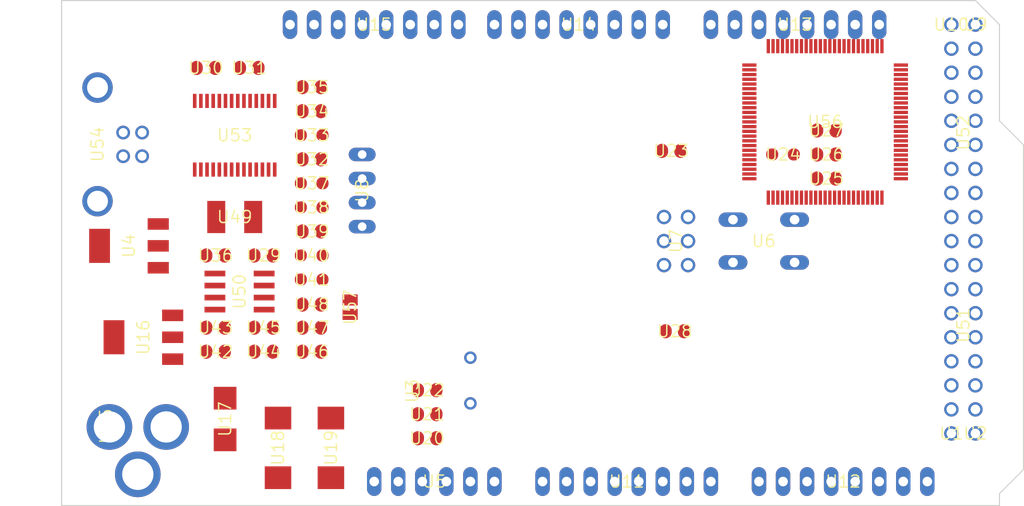
<source format=kicad_pcb>
(kicad_pcb (version 20221018) (generator pcbnew)
  (layers (0 "F.Cu" signal "Top") (31 "B.Cu" signal "Bottom") (34 "B.Paste" user) (35 "F.Paste" user) (36 "B.SilkS" user "B.Silkscreen") (37 "F.SilkS" user "F.Silkscreen") (38 "B.Mask" user) (39 "F.Mask" user) (44 "Edge.Cuts" user))
  (net 0 "")
  (net 1 "+5V")
  (net 2 "GND")
  (net 3 "N$6")
  (net 4 "N$7")
  (net 5 "AREF")
  (net 6 "RESET")
  (net 7 "VIN")
  (net 8 "N$3")
  (net 9 "PWRIN")
  (net 10 "M8RXD")
  (net 11 "M8TXD")
  (net 12 "ADC0")
  (net 13 "ADC2")
  (net 14 "ADC1")
  (net 15 "ADC3")
  (net 16 "ADC4")
  (net 17 "ADC5")
  (net 18 "ADC6")
  (net 19 "ADC7")
  (net 20 "+3V3")
  (net 21 "SDA")
  (net 22 "SCL")
  (net 23 "ADC9")
  (net 24 "ADC8")
  (net 25 "ADC10")
  (net 26 "ADC11")
  (net 27 "ADC12")
  (net 28 "ADC13")
  (net 29 "ADC14")
  (net 30 "ADC15")
  (net 31 "PB3")
  (net 32 "PB2")
  (net 33 "PB1")
  (net 34 "PB5")
  (net 35 "PB4")
  (net 36 "PE5")
  (net 37 "PE4")
  (net 38 "PE3")
  (net 39 "PE1")
  (net 40 "PE0")
  (net 41 "N$15")
  (net 42 "N$53")
  (net 43 "N$54")
  (net 44 "N$55")
  (net 45 "D-")
  (net 46 "D+")
  (net 47 "N$60")
  (net 48 "DTR")
  (net 49 "USBVCC")
  (net 50 "N$2")
  (net 51 "N$4")
  (net 52 "GATE_CMD")
  (net 53 "CMP")
  (net 54 "PB6")
  (net 55 "PH3")
  (net 56 "PH4")
  (net 57 "PH5")
  (net 58 "PH6")
  (net 59 "PG5")
  (net 60 "RXD1")
  (net 61 "TXD1")
  (net 62 "RXD2")
  (net 63 "RXD3")
  (net 64 "TXD2")
  (net 65 "TXD3")
  (net 66 "PC0")
  (net 67 "PC1")
  (net 68 "PC2")
  (net 69 "PC3")
  (net 70 "PC4")
  (net 71 "PC5")
  (net 72 "PC6")
  (net 73 "PC7")
  (net 74 "PB0")
  (net 75 "PG0")
  (net 76 "PG1")
  (net 77 "PG2")
  (net 78 "PD7")
  (net 79 "PA0")
  (net 80 "PA1")
  (net 81 "PA2")
  (net 82 "PA3")
  (net 83 "PA4")
  (net 84 "PA5")
  (net 85 "PA6")
  (net 86 "PA7")
  (net 87 "PL0")
  (net 88 "PL1")
  (net 89 "PL2")
  (net 90 "PL3")
  (net 91 "PL4")
  (net 92 "PL5")
  (net 93 "PL6")
  (net 94 "PL7")
  (net 95 "PB7")
  (net 96 "CTS")
  (net 97 "DSR")
  (net 98 "DCD")
  (net 99 "RI")
  (footprint "Arduino_MEGA_Reference_Design:2X03" (layer "F.Cu") (at 162.5981 103.7336 -90)
    (fp_text reference "U7")
    (fp_text value "")
  )
  (footprint "Arduino_MEGA_Reference_Design:1X08" (layer "F.Cu") (at 152.3111 80.8736 180)
    (fp_text reference "U14")
    (fp_text value "")
  )
  (footprint "Arduino_MEGA_Reference_Design:1X08" (layer "F.Cu") (at 130.7211 80.8736 180)
    (fp_text reference "U15")
    (fp_text value "")
  )
  (footprint "Arduino_MEGA_Reference_Design:SMC_D" (layer "F.Cu") (at 120.5611 125.5776 -90)
    (fp_text reference "U18")
    (fp_text value "")
  )
  (footprint "Arduino_MEGA_Reference_Design:SMC_D" (layer "F.Cu") (at 126.1491 125.5776 -90)
    (fp_text reference "U19")
    (fp_text value "")
  )
  (footprint "Arduino_MEGA_Reference_Design:B3F-10XX" (layer "F.Cu") (at 171.8691 103.7336 180)
    (fp_text reference "U6")
    (fp_text value "")
  )
  (footprint "Arduino_MEGA_Reference_Design:0805RND" (layer "F.Cu") (at 173.9011 94.5896 180)
    (fp_text reference "U24")
    (fp_text value "")
  )
  (footprint "Arduino_MEGA_Reference_Design:SMB" (layer "F.Cu") (at 114.9731 122.5296 -90)
    (fp_text reference "U17")
    (fp_text value "")
  )
  (footprint "Arduino_MEGA_Reference_Design:DC-21MM" (layer "F.Cu") (at 103.0351 123.2916 90)
    (fp_text reference "U55")
    (fp_text value "")
  )
  (footprint "Arduino_MEGA_Reference_Design:HC49_S" (layer "F.Cu") (at 140.8811 118.4656 90)
    (fp_text reference "U3")
    (fp_text value "")
  )
  (footprint "Arduino_MEGA_Reference_Design:SOT223" (layer "F.Cu") (at 106.3371 113.8936 90)
    (fp_text reference "U16")
    (fp_text value "")
  )
  (footprint "Arduino_MEGA_Reference_Design:1X06" (layer "F.Cu") (at 137.0711 129.1336)
    (fp_text reference "U5")
    (fp_text value "")
  )
  (footprint "Arduino_MEGA_Reference_Design:C0805RND" (layer "F.Cu") (at 124.1171 87.4776)
    (fp_text reference "U35")
    (fp_text value "")
  )
  (footprint "Arduino_MEGA_Reference_Design:C0805RND" (layer "F.Cu") (at 162.4711 113.2586)
    (fp_text reference "U28")
    (fp_text value "")
  )
  (footprint "Arduino_MEGA_Reference_Design:C0805RND" (layer "F.Cu") (at 136.3091 122.0216)
    (fp_text reference "U21")
    (fp_text value "")
  )
  (footprint "Arduino_MEGA_Reference_Design:C0805RND" (layer "F.Cu") (at 136.3091 119.4816)
    (fp_text reference "U22")
    (fp_text value "")
  )
  (footprint "Arduino_MEGA_Reference_Design:C0805RND" (layer "F.Cu") (at 113.9571 112.8776)
    (fp_text reference "U43")
    (fp_text value "")
  )
  (footprint "Arduino_MEGA_Reference_Design:RCL_0805RND" (layer "F.Cu") (at 124.1171 105.2576)
    (fp_text reference "U40")
    (fp_text value "")
  )
  (footprint "Arduino_MEGA_Reference_Design:RCL_0805RND" (layer "F.Cu") (at 124.1171 107.7976)
    (fp_text reference "U41")
    (fp_text value "")
  )
  (footprint "Arduino_MEGA_Reference_Design:1X08" (layer "F.Cu") (at 157.3911 129.1336)
    (fp_text reference "U11")
    (fp_text value "")
  )
  (footprint "Arduino_MEGA_Reference_Design:1X08" (layer "F.Cu") (at 175.1711 80.8736 180)
    (fp_text reference "U13")
    (fp_text value "")
  )
  (footprint "Arduino_MEGA_Reference_Design:R0805RND" (layer "F.Cu") (at 178.4731 94.5896 180)
    (fp_text reference "U26")
    (fp_text value "")
  )
  (footprint "Arduino_MEGA_Reference_Design:R0805RND" (layer "F.Cu") (at 178.4731 92.0496 180)
    (fp_text reference "U27")
    (fp_text value "")
  )
  (footprint "Arduino_MEGA_Reference_Design:TQFP100" (layer "F.Cu") (at 178.34640502929688 91.14759826660156 0)
    (fp_text reference "U56")
    (fp_text value "")
  )
  (footprint "Arduino_MEGA_Reference_Design:C0805RND" (layer "F.Cu") (at 162.0901 94.2086 180)
    (fp_text reference "U23")
    (fp_text value "")
  )
  (footprint "Arduino_MEGA_Reference_Design:C0805RND" (layer "F.Cu") (at 136.3091 124.5616)
    (fp_text reference "U20")
    (fp_text value "")
  )
  (footprint "Arduino_MEGA_Reference_Design:1X08" (layer "F.Cu") (at 180.2511 129.1336)
    (fp_text reference "U12")
    (fp_text value "")
  )
  (footprint "Arduino_MEGA_Reference_Design:R0805RND" (layer "F.Cu") (at 124.1171 112.8776)
    (fp_text reference "U47")
    (fp_text value "")
  )
  (footprint "Arduino_MEGA_Reference_Design:C0805RND" (layer "F.Cu") (at 124.1171 115.4176)
    (fp_text reference "U46")
    (fp_text value "")
  )
  (footprint "Arduino_MEGA_Reference_Design:C0805RND" (layer "F.Cu") (at 113.9571 105.2576)
    (fp_text reference "U36")
    (fp_text value "")
  )
  (footprint "Arduino_MEGA_Reference_Design:C0805RND" (layer "F.Cu") (at 112.9411 85.4456)
    (fp_text reference "U30")
    (fp_text value "")
  )
  (footprint "Arduino_MEGA_Reference_Design:0805RND" (layer "F.Cu") (at 124.1171 100.1776 180)
    (fp_text reference "U38")
    (fp_text value "")
  )
  (footprint "Arduino_MEGA_Reference_Design:0805RND" (layer "F.Cu") (at 124.1171 97.6376 180)
    (fp_text reference "U37")
    (fp_text value "")
  )
  (footprint "Arduino_MEGA_Reference_Design:R0805RND" (layer "F.Cu") (at 124.1171 95.0976)
    (fp_text reference "U32")
    (fp_text value "")
  )
  (footprint "Arduino_MEGA_Reference_Design:R0805RND" (layer "F.Cu") (at 124.1171 102.7176)
    (fp_text reference "U39")
    (fp_text value "")
  )
  (footprint "Arduino_MEGA_Reference_Design:SSOP28" (layer "F.Cu") (at 115.9891 92.5576)
    (fp_text reference "U53")
    (fp_text value "")
  )
  (footprint "Arduino_MEGA_Reference_Design:PN61729" (layer "F.Cu") (at 98.9584 93.5228 -90)
    (fp_text reference "U54")
    (fp_text value "")
  )
  (footprint "Arduino_MEGA_Reference_Design:L1812" (layer "F.Cu") (at 115.9891 101.1936)
    (fp_text reference "U49")
    (fp_text value "")
  )
  (footprint "Arduino_MEGA_Reference_Design:C0805RND" (layer "F.Cu") (at 117.5131 85.4456)
    (fp_text reference "U31")
    (fp_text value "")
  )
  (footprint "Arduino_MEGA_Reference_Design:0805RND" (layer "F.Cu") (at 124.1171 92.5576 180)
    (fp_text reference "U33")
    (fp_text value "")
  )
  (footprint "Arduino_MEGA_Reference_Design:R0805RND" (layer "F.Cu") (at 124.1171 90.0176 180)
    (fp_text reference "U34")
    (fp_text value "")
  )
  (footprint "Arduino_MEGA_Reference_Design:C0805RND" (layer "F.Cu") (at 124.1171 110.4392 180)
    (fp_text reference "U48")
    (fp_text value "")
  )
  (footprint "Arduino_MEGA_Reference_Design:SOT223" (layer "F.Cu") (at 104.8131 104.2416 90)
    (fp_text reference "U4")
    (fp_text value "")
  )
  (footprint "Arduino_MEGA_Reference_Design:SO08" (layer "F.Cu") (at 116.4971 109.0676 -90)
    (fp_text reference "U50")
    (fp_text value "")
  )
  (footprint "Arduino_MEGA_Reference_Design:R0805RND" (layer "F.Cu") (at 113.9571 115.4176 180)
    (fp_text reference "U42")
    (fp_text value "")
  )
  (footprint "Arduino_MEGA_Reference_Design:R0805RND" (layer "F.Cu") (at 119.0371 112.8776 180)
    (fp_text reference "U45")
    (fp_text value "")
  )
  (footprint "Arduino_MEGA_Reference_Design:C0805RND" (layer "F.Cu") (at 119.0371 115.4176 180)
    (fp_text reference "U44")
    (fp_text value "")
  )
  (footprint "Arduino_MEGA_Reference_Design:C0805RND" (layer "F.Cu") (at 119.0371 105.2576)
    (fp_text reference "U29")
    (fp_text value "")
  )
  (footprint "Arduino_MEGA_Reference_Design:2X08" (layer "F.Cu") (at 192.9511 92.3036 90)
    (fp_text reference "U52")
    (fp_text value "")
  )
  (footprint "Arduino_MEGA_Reference_Design:2X08" (layer "F.Cu") (at 192.9511 112.6236 90)
    (fp_text reference "U51")
    (fp_text value "")
  )
  (footprint "Arduino_MEGA_Reference_Design:R0805RND" (layer "F.Cu") (at 178.4731 97.1296 180)
    (fp_text reference "U25")
    (fp_text value "")
  )
  (footprint "Arduino_MEGA_Reference_Design:1X01" (layer "F.Cu") (at 191.6811 80.8736)
    (fp_text reference "U10")
    (fp_text value "")
  )
  (footprint "Arduino_MEGA_Reference_Design:1X01" (layer "F.Cu") (at 194.2211 80.8736)
    (fp_text reference "U9")
    (fp_text value "")
  )
  (footprint "Arduino_MEGA_Reference_Design:1X01" (layer "F.Cu") (at 191.6811 124.0536)
    (fp_text reference "U1")
    (fp_text value "")
  )
  (footprint "Arduino_MEGA_Reference_Design:1X01" (layer "F.Cu") (at 194.2211 124.0536)
    (fp_text reference "U2")
    (fp_text value "")
  )
  (footprint "Arduino_MEGA_Reference_Design:SJ" (layer "F.Cu") (at 128.1811 110.7186 -90)
    (fp_text reference "U57")
    (fp_text value "")
  )
  (footprint "Arduino_MEGA_Reference_Design:JP4" (layer "F.Cu") (at 129.4511 98.3996 -90)
    (fp_text reference "U8")
    (fp_text value "")
  )
  (gr_line (start 196.7611 80.8736) (end 196.7611 91.0336) (layer "Edge.Cuts") (width 0.12))
  (gr_line (start 196.7611 130.4036) (end 196.7611 131.6736) (layer "Edge.Cuts") (width 0.12))
  (gr_line (start 194.2211 78.3336) (end 196.7611 80.8736) (layer "Edge.Cuts") (width 0.12))
  (gr_line (start 97.7011 78.3336) (end 194.2211 78.3336) (layer "Edge.Cuts") (width 0.12))
  (gr_line (start 196.7611 91.0336) (end 199.3011 93.5736) (layer "Edge.Cuts") (width 0.12))
  (gr_line (start 97.7011 131.6736) (end 97.7011 78.3336) (layer "Edge.Cuts") (width 0.12))
  (gr_line (start 196.7611 131.6736) (end 97.7011 131.6736) (layer "Edge.Cuts") (width 0.12))
  (gr_line (start 199.3011 93.5736) (end 199.3011 127.8636) (layer "Edge.Cuts") (width 0.12))
  (gr_line (start 199.3011 127.8636) (end 196.7611 130.4036) (layer "Edge.Cuts") (width 0.12))
)
</source>
